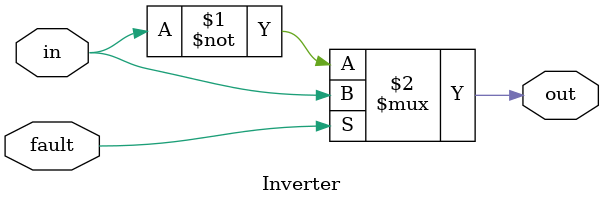
<source format=v>
module Inverter (in, out, fault);
	input in, fault;
	output out;
	// if fault =1  out is not inverted
	assign out = fault ? in : ~in;
endmodule

</source>
